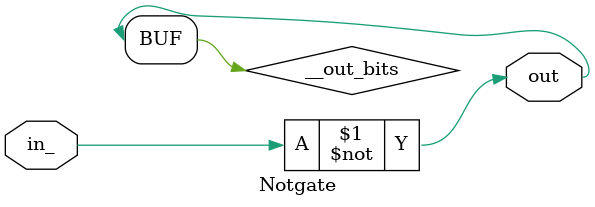
<source format=sv>
module Notgate(
  input  wire in_,
  output wire out
);

  // Variables for output ports
  logic __out_bits;

  assign __out_bits = ~in_;

  assign out = __out_bits;
endmodule

</source>
